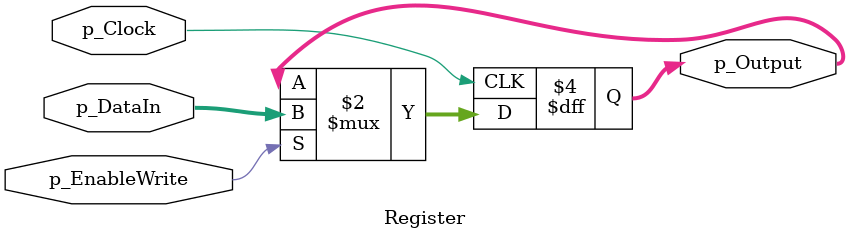
<source format=v>
module Register(p_Clock, p_EnableWrite, p_DataIn, p_Output);
    parameter LENGTH = 16;

    input p_Clock, p_EnableWrite;
    input [LENGTH-1:0] p_DataIn;
    output reg [LENGTH-1:0] p_Output;
    
    always@(posedge p_Clock)
        if(p_EnableWrite)
            p_Output <= p_DataIn;

endmodule
</source>
